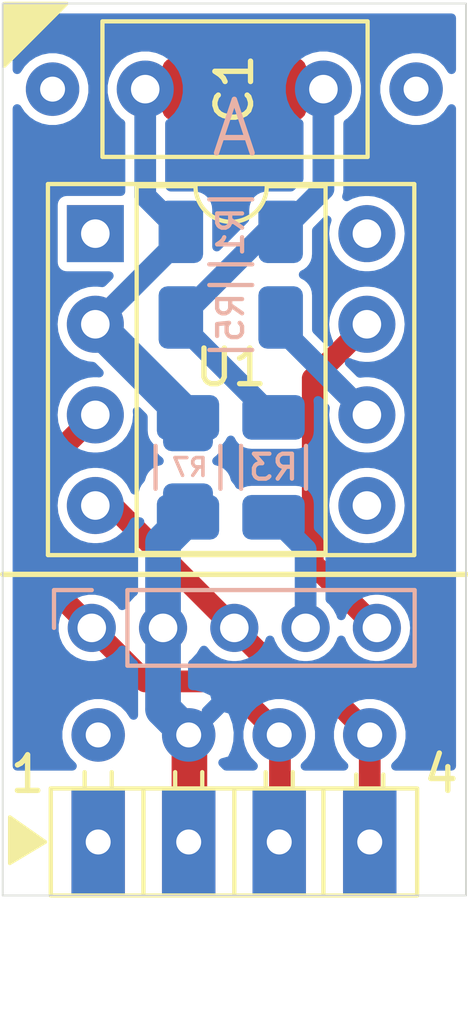
<source format=kicad_pcb>
(kicad_pcb (version 20171130) (host pcbnew "(5.1.2-1)-1")

  (general
    (thickness 0.8)
    (drawings 10)
    (tracks 41)
    (zones 0)
    (modules 10)
    (nets 15)
  )

  (page A4)
  (layers
    (0 F.Cu signal)
    (31 B.Cu signal)
    (32 B.Adhes user hide)
    (33 F.Adhes user hide)
    (36 B.SilkS user)
    (37 F.SilkS user)
    (38 B.Mask user)
    (39 F.Mask user)
    (40 Dwgs.User user)
    (41 Cmts.User user hide)
    (44 Edge.Cuts user)
    (45 Margin user hide)
    (46 B.CrtYd user hide)
    (47 F.CrtYd user)
    (48 B.Fab user hide)
    (49 F.Fab user hide)
  )

  (setup
    (last_trace_width 0.1524)
    (user_trace_width 0.25)
    (user_trace_width 0.28)
    (user_trace_width 0.3)
    (user_trace_width 0.35)
    (user_trace_width 0.4)
    (user_trace_width 0.5)
    (user_trace_width 1)
    (trace_clearance 0.1524)
    (zone_clearance 0.254)
    (zone_45_only no)
    (trace_min 0.1524)
    (via_size 0.508)
    (via_drill 0.254)
    (via_min_size 0.508)
    (via_min_drill 0.254)
    (uvia_size 0.508)
    (uvia_drill 0.254)
    (uvias_allowed no)
    (uvia_min_size 0.2)
    (uvia_min_drill 0.1)
    (edge_width 0.15)
    (segment_width 0.1)
    (pcb_text_width 0.3)
    (pcb_text_size 1.5 1.5)
    (mod_edge_width 0.15)
    (mod_text_size 1 1)
    (mod_text_width 0.15)
    (pad_size 1.35 1.35)
    (pad_drill 0.8)
    (pad_to_mask_clearance 0.051)
    (solder_mask_min_width 0.25)
    (aux_axis_origin 0 0)
    (grid_origin 110 89)
    (visible_elements FFFFFF7F)
    (pcbplotparams
      (layerselection 0x010fc_ffffffff)
      (usegerberextensions false)
      (usegerberattributes false)
      (usegerberadvancedattributes false)
      (creategerberjobfile false)
      (excludeedgelayer true)
      (linewidth 0.100000)
      (plotframeref false)
      (viasonmask false)
      (mode 1)
      (useauxorigin false)
      (hpglpennumber 1)
      (hpglpenspeed 20)
      (hpglpendiameter 15.000000)
      (psnegative false)
      (psa4output false)
      (plotreference true)
      (plotvalue true)
      (plotinvisibletext false)
      (padsonsilk false)
      (subtractmaskfromsilk false)
      (outputformat 1)
      (mirror false)
      (drillshape 1)
      (scaleselection 1)
      (outputdirectory ""))
  )

  (net 0 "")
  (net 1 "Net-(C1-Pad1)")
  (net 2 "Net-(C1-Pad2)")
  (net 3 "Net-(J1-Pad1)")
  (net 4 "Net-(U1-Pad1)")
  (net 5 "Net-(U1-Pad5)")
  (net 6 "Net-(U1-Pad8)")
  (net 7 "Net-(R5-Pad2)")
  (net 8 "Net-(J13-Pad1)")
  (net 9 "Net-(J15-Pad1)")
  (net 10 "Net-(J1-Pad4)")
  (net 11 "Net-(J1-Pad2)")
  (net 12 "Net-(J1-Pad3)")
  (net 13 "Net-(J3-Pad4)")
  (net 14 "Net-(J3-Pad5)")

  (net_class Default "This is the default net class."
    (clearance 0.1524)
    (trace_width 0.1524)
    (via_dia 0.508)
    (via_drill 0.254)
    (uvia_dia 0.508)
    (uvia_drill 0.254)
  )

  (net_class SMD ""
    (clearance 0.1524)
    (trace_width 0.254)
    (via_dia 0.508)
    (via_drill 0.254)
    (uvia_dia 0.508)
    (uvia_drill 0.254)
  )

  (net_class grounds ""
    (clearance 0.254)
    (trace_width 1)
    (via_dia 0.762)
    (via_drill 0.381)
    (uvia_dia 0.762)
    (uvia_drill 0.381)
  )

  (net_class power ""
    (clearance 0.254)
    (trace_width 1)
    (via_dia 0.762)
    (via_drill 0.254)
    (uvia_dia 0.508)
    (uvia_drill 0.254)
  )

  (net_class signal ""
    (clearance 0.2)
    (trace_width 0.6096)
    (via_dia 0.762)
    (via_drill 0.381)
    (uvia_dia 0.762)
    (uvia_drill 0.381)
    (add_net "Net-(C1-Pad1)")
    (add_net "Net-(C1-Pad2)")
    (add_net "Net-(J1-Pad1)")
    (add_net "Net-(J1-Pad2)")
    (add_net "Net-(J1-Pad3)")
    (add_net "Net-(J1-Pad4)")
    (add_net "Net-(J13-Pad1)")
    (add_net "Net-(J15-Pad1)")
    (add_net "Net-(J3-Pad4)")
    (add_net "Net-(J3-Pad5)")
    (add_net "Net-(R5-Pad2)")
    (add_net "Net-(U1-Pad1)")
    (add_net "Net-(U1-Pad5)")
    (add_net "Net-(U1-Pad8)")
  )

  (net_class soic ""
    (clearance 0.1524)
    (trace_width 0.4)
    (via_dia 0.508)
    (via_drill 0.254)
    (uvia_dia 0.508)
    (uvia_drill 0.254)
  )

  (module Duallys:Kemet-33nF (layer F.Cu) (tedit 5FDBED7D) (tstamp 5FD6C954)
    (at 114 66.4)
    (descr "C, Rect series, Radial, pin pitch=5.00mm, , length*width=7.2*5.5mm^2, Capacitor, http://www.wima.com/EN/WIMA_FKS_2.pdf")
    (tags "C Rect series Radial pin pitch 5.00mm  length 7.2mm width 5.5mm Capacitor")
    (path /5D561DDD)
    (fp_text reference C1 (at 2.5 0 90) (layer F.SilkS)
      (effects (font (size 1 1) (thickness 0.15)))
    )
    (fp_text value 33n (at 2.5 3.6) (layer F.SilkS) hide
      (effects (font (size 1 1) (thickness 0.15)))
    )
    (fp_line (start 6.35 -2) (end -1.3 -2) (layer F.CrtYd) (width 0.05))
    (fp_line (start 6.35 2) (end 6.35 -2) (layer F.CrtYd) (width 0.05))
    (fp_line (start -1.3 2) (end 6.35 2) (layer F.CrtYd) (width 0.05))
    (fp_line (start -1.3 -2) (end -1.3 2) (layer F.CrtYd) (width 0.05))
    (fp_line (start 6.24 -1.9) (end 6.24 1.9) (layer F.SilkS) (width 0.12))
    (fp_line (start -1.2 -1.9) (end -1.2 1.9) (layer F.SilkS) (width 0.12))
    (fp_line (start -1.2 1.9) (end 6.24 1.9) (layer F.SilkS) (width 0.12))
    (fp_line (start -1.2 -1.9) (end 6.24 -1.9) (layer F.SilkS) (width 0.12))
    (fp_line (start 6.1 -1.75) (end -1.1 -1.75) (layer F.Fab) (width 0.1))
    (fp_line (start 6.1 1.75) (end 6.1 -1.75) (layer F.Fab) (width 0.1))
    (fp_line (start -1.1 1.75) (end 6.1 1.75) (layer F.Fab) (width 0.1))
    (fp_line (start -1.1 -1.75) (end -1.1 1.75) (layer F.Fab) (width 0.1))
    (pad 2 smd roundrect (at 3.9 0) (size 1.25 1.75) (layers F.Cu F.Paste F.Mask) (roundrect_rratio 0.25)
      (net 2 "Net-(C1-Pad2)"))
    (pad 1 smd roundrect (at 1.1 0) (size 1.25 1.75) (layers F.Cu F.Paste F.Mask) (roundrect_rratio 0.25)
      (net 1 "Net-(C1-Pad1)"))
    (pad 2 thru_hole circle (at 5 0) (size 1.6 1.6) (drill 0.8) (layers *.Cu *.Mask)
      (net 2 "Net-(C1-Pad2)"))
    (pad 1 thru_hole circle (at 0 0) (size 1.6 1.6) (drill 0.8) (layers *.Cu *.Mask)
      (net 1 "Net-(C1-Pad1)"))
    (model ${KIPRJMOD}/Lib/3D/Kem-PHE-33n.step
      (at (xyz 0 0 0))
      (scale (xyz 1 1 1))
      (rotate (xyz 0 0 0))
    )
  )

  (module Resistor_SMD:R_1206_3216Metric (layer B.Cu) (tedit 5B301BBD) (tstamp 5FDB74AB)
    (at 116.4 70.4 180)
    (descr "Resistor SMD 1206 (3216 Metric), square (rectangular) end terminal, IPC_7351 nominal, (Body size source: http://www.tortai-tech.com/upload/download/2011102023233369053.pdf), generated with kicad-footprint-generator")
    (tags resistor)
    (path /5D561CE0)
    (attr smd)
    (fp_text reference R1 (at 0 0 270) (layer B.SilkS)
      (effects (font (size 0.7 0.7) (thickness 0.12)) (justify mirror))
    )
    (fp_text value 2k26 (at 0 -1.82) (layer B.Fab)
      (effects (font (size 1 1) (thickness 0.15)) (justify mirror))
    )
    (fp_text user %R (at 0 0) (layer B.Fab)
      (effects (font (size 0.8 0.8) (thickness 0.12)) (justify mirror))
    )
    (fp_line (start 2.28 -1.12) (end -2.28 -1.12) (layer B.CrtYd) (width 0.05))
    (fp_line (start 2.28 1.12) (end 2.28 -1.12) (layer B.CrtYd) (width 0.05))
    (fp_line (start -2.28 1.12) (end 2.28 1.12) (layer B.CrtYd) (width 0.05))
    (fp_line (start -2.28 -1.12) (end -2.28 1.12) (layer B.CrtYd) (width 0.05))
    (fp_line (start -0.602064 -0.91) (end 0.602064 -0.91) (layer B.SilkS) (width 0.12))
    (fp_line (start -0.602064 0.91) (end 0.602064 0.91) (layer B.SilkS) (width 0.12))
    (fp_line (start 1.6 -0.8) (end -1.6 -0.8) (layer B.Fab) (width 0.1))
    (fp_line (start 1.6 0.8) (end 1.6 -0.8) (layer B.Fab) (width 0.1))
    (fp_line (start -1.6 0.8) (end 1.6 0.8) (layer B.Fab) (width 0.1))
    (fp_line (start -1.6 -0.8) (end -1.6 0.8) (layer B.Fab) (width 0.1))
    (pad 2 smd roundrect (at 1.4 0 180) (size 1.25 1.75) (layers B.Cu B.Paste B.Mask) (roundrect_rratio 0.2)
      (net 1 "Net-(C1-Pad1)"))
    (pad 1 smd roundrect (at -1.4 0 180) (size 1.25 1.75) (layers B.Cu B.Paste B.Mask) (roundrect_rratio 0.2)
      (net 2 "Net-(C1-Pad2)"))
    (model ${KISYS3DMOD}/Resistor_SMD.3dshapes/R_1206_3216Metric.wrl
      (at (xyz 0 0 0))
      (scale (xyz 1 1 1))
      (rotate (xyz 0 0 0))
    )
  )

  (module Resistor_SMD:R_1206_3216Metric (layer B.Cu) (tedit 5B301BBD) (tstamp 5FDB74CB)
    (at 117.6 77 90)
    (descr "Resistor SMD 1206 (3216 Metric), square (rectangular) end terminal, IPC_7351 nominal, (Body size source: http://www.tortai-tech.com/upload/download/2011102023233369053.pdf), generated with kicad-footprint-generator")
    (tags resistor)
    (path /5D9AC618)
    (attr smd)
    (fp_text reference R3 (at 0 0 180) (layer B.SilkS)
      (effects (font (size 0.7 0.7) (thickness 0.12)) (justify mirror))
    )
    (fp_text value 6k65 (at 0 -1.82 270) (layer B.Fab)
      (effects (font (size 1 1) (thickness 0.15)) (justify mirror))
    )
    (fp_text user %R (at 0 0 270) (layer B.Fab)
      (effects (font (size 0.8 0.8) (thickness 0.12)) (justify mirror))
    )
    (fp_line (start 2.28 -1.12) (end -2.28 -1.12) (layer B.CrtYd) (width 0.05))
    (fp_line (start 2.28 1.12) (end 2.28 -1.12) (layer B.CrtYd) (width 0.05))
    (fp_line (start -2.28 1.12) (end 2.28 1.12) (layer B.CrtYd) (width 0.05))
    (fp_line (start -2.28 -1.12) (end -2.28 1.12) (layer B.CrtYd) (width 0.05))
    (fp_line (start -0.602064 -0.91) (end 0.602064 -0.91) (layer B.SilkS) (width 0.12))
    (fp_line (start -0.602064 0.91) (end 0.602064 0.91) (layer B.SilkS) (width 0.12))
    (fp_line (start 1.6 -0.8) (end -1.6 -0.8) (layer B.Fab) (width 0.1))
    (fp_line (start 1.6 0.8) (end 1.6 -0.8) (layer B.Fab) (width 0.1))
    (fp_line (start -1.6 0.8) (end 1.6 0.8) (layer B.Fab) (width 0.1))
    (fp_line (start -1.6 -0.8) (end -1.6 0.8) (layer B.Fab) (width 0.1))
    (pad 2 smd roundrect (at 1.4 0 90) (size 1.25 1.75) (layers B.Cu B.Paste B.Mask) (roundrect_rratio 0.2)
      (net 2 "Net-(C1-Pad2)"))
    (pad 1 smd roundrect (at -1.4 0 90) (size 1.25 1.75) (layers B.Cu B.Paste B.Mask) (roundrect_rratio 0.2)
      (net 13 "Net-(J3-Pad4)"))
    (model ${KISYS3DMOD}/Resistor_SMD.3dshapes/R_1206_3216Metric.wrl
      (at (xyz 0 0 0))
      (scale (xyz 1 1 1))
      (rotate (xyz 0 0 0))
    )
  )

  (module Resistor_SMD:R_1206_3216Metric (layer B.Cu) (tedit 5B301BBD) (tstamp 5FDB8172)
    (at 116.4 72.8)
    (descr "Resistor SMD 1206 (3216 Metric), square (rectangular) end terminal, IPC_7351 nominal, (Body size source: http://www.tortai-tech.com/upload/download/2011102023233369053.pdf), generated with kicad-footprint-generator")
    (tags resistor)
    (path /64983F7D)
    (attr smd)
    (fp_text reference R5 (at 0 0 90) (layer B.SilkS)
      (effects (font (size 0.7 0.7) (thickness 0.12)) (justify mirror))
    )
    (fp_text value 75 (at 0 -1.82 180) (layer B.Fab)
      (effects (font (size 1 1) (thickness 0.15)) (justify mirror))
    )
    (fp_text user %R (at 0 0 180) (layer B.Fab)
      (effects (font (size 0.8 0.8) (thickness 0.12)) (justify mirror))
    )
    (fp_line (start 2.28 -1.12) (end -2.28 -1.12) (layer B.CrtYd) (width 0.05))
    (fp_line (start 2.28 1.12) (end 2.28 -1.12) (layer B.CrtYd) (width 0.05))
    (fp_line (start -2.28 1.12) (end 2.28 1.12) (layer B.CrtYd) (width 0.05))
    (fp_line (start -2.28 -1.12) (end -2.28 1.12) (layer B.CrtYd) (width 0.05))
    (fp_line (start -0.602064 -0.91) (end 0.602064 -0.91) (layer B.SilkS) (width 0.12))
    (fp_line (start -0.602064 0.91) (end 0.602064 0.91) (layer B.SilkS) (width 0.12))
    (fp_line (start 1.6 -0.8) (end -1.6 -0.8) (layer B.Fab) (width 0.1))
    (fp_line (start 1.6 0.8) (end 1.6 -0.8) (layer B.Fab) (width 0.1))
    (fp_line (start -1.6 0.8) (end 1.6 0.8) (layer B.Fab) (width 0.1))
    (fp_line (start -1.6 -0.8) (end -1.6 0.8) (layer B.Fab) (width 0.1))
    (pad 2 smd roundrect (at 1.4 0) (size 1.25 1.75) (layers B.Cu B.Paste B.Mask) (roundrect_rratio 0.2)
      (net 7 "Net-(R5-Pad2)"))
    (pad 1 smd roundrect (at -1.4 0) (size 1.25 1.75) (layers B.Cu B.Paste B.Mask) (roundrect_rratio 0.2)
      (net 2 "Net-(C1-Pad2)"))
    (model ${KISYS3DMOD}/Resistor_SMD.3dshapes/R_1206_3216Metric.wrl
      (at (xyz 0 0 0))
      (scale (xyz 1 1 1))
      (rotate (xyz 0 0 0))
    )
  )

  (module Duallys:Combo-4P-Preci-A (layer F.Cu) (tedit 5FD78565) (tstamp 5FE4CF06)
    (at 112.68 84.5)
    (descr "Through hole angled pin header, 1x04, 2.54mm pitch, 6mm pin length, single row")
    (tags "Through hole angled pin header THT 1x04 2.54mm single row")
    (path /5F616F58)
    (fp_text reference J1 (at 3.86 -1.67) (layer F.SilkS) hide
      (effects (font (size 1 1) (thickness 0.15)))
    )
    (fp_text value "1 2 3 4" (at 4.14 8.96) (layer F.Fab)
      (effects (font (size 1 1) (thickness 0.15)))
    )
    (fp_line (start 8.89 2.135) (end 8.88 4.5) (layer F.Fab) (width 0.1))
    (fp_line (start 8.88 4.5) (end -1.28 4.5) (layer F.Fab) (width 0.1))
    (fp_line (start -1.28 4.5) (end -1.28 1.55) (layer F.Fab) (width 0.1))
    (fp_line (start -1.28 1.55) (end 8.27 1.55) (layer F.Fab) (width 0.1))
    (fp_line (start 8.27 1.55) (end 8.89 2.135) (layer F.Fab) (width 0.1))
    (fp_line (start 7.94 0) (end 7.94 1.5) (layer F.Fab) (width 0.1))
    (fp_line (start 7.94 0) (end 7.3 0) (layer F.Fab) (width 0.1))
    (fp_line (start 7.3 0) (end 7.3 1.5) (layer F.Fab) (width 0.1))
    (fp_line (start 7.94 4.54) (end 7.94 8) (layer F.Fab) (width 0.1))
    (fp_line (start 7.94 8) (end 7.3 8) (layer F.Fab) (width 0.1))
    (fp_line (start 7.3 4.54) (end 7.3 8) (layer F.Fab) (width 0.1))
    (fp_line (start 5.4 0) (end 5.4 1.5) (layer F.Fab) (width 0.1))
    (fp_line (start 5.4 0) (end 4.76 0) (layer F.Fab) (width 0.1))
    (fp_line (start 4.76 0) (end 4.76 1.5) (layer F.Fab) (width 0.1))
    (fp_line (start 5.4 4.54) (end 5.4 8) (layer F.Fab) (width 0.1))
    (fp_line (start 5.4 8) (end 4.76 8) (layer F.Fab) (width 0.1))
    (fp_line (start 4.76 4.54) (end 4.76 8) (layer F.Fab) (width 0.1))
    (fp_line (start 2.86 0) (end 2.86 1.5) (layer F.Fab) (width 0.1))
    (fp_line (start 2.86 0) (end 2.22 0) (layer F.Fab) (width 0.1))
    (fp_line (start 2.22 0) (end 2.22 1.5) (layer F.Fab) (width 0.1))
    (fp_line (start 2.86 4.54) (end 2.86 8) (layer F.Fab) (width 0.1))
    (fp_line (start 2.86 8) (end 2.22 8) (layer F.Fab) (width 0.1))
    (fp_line (start 2.22 4.54) (end 2.22 8) (layer F.Fab) (width 0.1))
    (fp_line (start 0.32 0) (end 0.32 1.5) (layer F.Fab) (width 0.1))
    (fp_line (start 0.32 0) (end -0.32 0) (layer F.Fab) (width 0.1))
    (fp_line (start -0.32 0) (end -0.32 1.5) (layer F.Fab) (width 0.1))
    (fp_line (start 0.32 4.54) (end 0.32 8) (layer F.Fab) (width 0.1))
    (fp_line (start 0.32 8) (end -0.32 8) (layer F.Fab) (width 0.1))
    (fp_line (start -0.32 4.54) (end -0.32 8) (layer F.Fab) (width 0.1))
    (fp_line (start 8.95 1.5) (end -1.33 1.5) (layer F.SilkS) (width 0.12))
    (fp_line (start -1.33 1.5) (end -1.33 4.5) (layer F.SilkS) (width 0.12))
    (fp_line (start -1.33 4.5) (end 8.95 4.5) (layer F.SilkS) (width 0.12))
    (fp_line (start 8.95 4.5) (end 8.95 1.5) (layer F.SilkS) (width 0.12))
    (fp_line (start 8 1.11) (end 8 1.44) (layer F.SilkS) (width 0.12))
    (fp_line (start 7.24 1.11) (end 7.24 1.44) (layer F.SilkS) (width 0.12))
    (fp_line (start 6.32 1.5) (end 6.32 4.5) (layer F.SilkS) (width 0.12))
    (fp_line (start 5.46 1.042929) (end 5.46 1.44) (layer F.SilkS) (width 0.12))
    (fp_line (start 4.7 1.042929) (end 4.7 1.44) (layer F.SilkS) (width 0.12))
    (fp_line (start 3.82 1.5) (end 3.82 4.5) (layer F.SilkS) (width 0.12))
    (fp_line (start 2.92 1.042929) (end 2.92 1.44) (layer F.SilkS) (width 0.12))
    (fp_line (start 2.16 1.042929) (end 2.16 1.44) (layer F.SilkS) (width 0.12))
    (fp_line (start 1.27 1.5) (end 1.27 4.5) (layer F.SilkS) (width 0.12))
    (fp_line (start 0.38 1.042929) (end 0.38 1.44) (layer F.SilkS) (width 0.12))
    (fp_line (start -0.38 1.042929) (end -0.38 1.44) (layer F.SilkS) (width 0.12))
    (fp_line (start 8.92 -0.9) (end -1.33 -0.9) (layer F.CrtYd) (width 0.05))
    (fp_line (start -1.33 -0.9) (end -1.33 8.1) (layer F.CrtYd) (width 0.05))
    (fp_line (start -1.33 8.1) (end 8.92 8.1) (layer F.CrtYd) (width 0.05))
    (fp_line (start 8.92 8.1) (end 8.92 -0.9) (layer F.CrtYd) (width 0.05))
    (fp_text user %R (at 3.82 5.94) (layer F.Fab)
      (effects (font (size 1 1) (thickness 0.15)))
    )
    (pad 4 thru_hole circle (at 7.62 0 270) (size 1.5 1.5) (drill 0.7) (layers *.Cu *.Mask)
      (net 10 "Net-(J1-Pad4)"))
    (pad 3 thru_hole circle (at 5.08 0 270) (size 1.5 1.5) (drill 0.7) (layers *.Cu *.Mask)
      (net 12 "Net-(J1-Pad3)"))
    (pad 2 thru_hole circle (at 2.54 0 270) (size 1.5 1.5) (drill 0.7) (layers *.Cu *.Mask)
      (net 11 "Net-(J1-Pad2)"))
    (pad 1 thru_hole circle (at 0 0 270) (size 1.5 1.5) (drill 0.7) (layers *.Cu *.Mask)
      (net 3 "Net-(J1-Pad1)"))
    (pad 4 thru_hole rect (at 7.62 3 270) (size 3 1.5) (drill 0.7) (layers *.Cu *.Mask)
      (net 10 "Net-(J1-Pad4)"))
    (pad 3 thru_hole rect (at 5.08 3 270) (size 3 1.5) (drill 0.7) (layers *.Cu *.Mask)
      (net 12 "Net-(J1-Pad3)"))
    (pad 2 thru_hole rect (at 2.54 3 270) (size 3 1.5) (drill 0.7) (layers *.Cu *.Mask)
      (net 11 "Net-(J1-Pad2)"))
    (pad 1 thru_hole rect (at 0 3 270) (size 3 1.5) (drill 0.7) (layers *.Cu *.Mask)
      (net 3 "Net-(J1-Pad1)"))
    (model ${KIPRJMOD}/lib/3d/preci-dip_399.stp
      (offset (xyz 3.81 -1.55 1.27))
      (scale (xyz 1 1 1))
      (rotate (xyz 0 180 180))
    )
  )

  (module Duallys:PinHeader_1x05_P2mm_With (layer B.Cu) (tedit 5FE9102B) (tstamp 5FE4CF96)
    (at 112.5 81.5 270)
    (descr "Through hole straight pin header, 1x05, 2.00mm pitch, single row")
    (tags "Through hole pin header THT 1x05 2.00mm single row")
    (path /5FDED4BE)
    (fp_text reference J3 (at 0 2.06 90) (layer B.SilkS) hide
      (effects (font (size 1 1) (thickness 0.15)) (justify mirror))
    )
    (fp_text value Conn_01x05 (at 0 -10.06 90) (layer B.Fab)
      (effects (font (size 1 1) (thickness 0.15)) (justify mirror))
    )
    (fp_line (start -0.5 1) (end 1 1) (layer B.Fab) (width 0.1))
    (fp_line (start 1 1) (end 1 -9) (layer B.Fab) (width 0.1))
    (fp_line (start 1 -9) (end -1 -9) (layer B.Fab) (width 0.1))
    (fp_line (start -1 -9) (end -1 0.5) (layer B.Fab) (width 0.1))
    (fp_line (start -1 0.5) (end -0.5 1) (layer B.Fab) (width 0.1))
    (fp_line (start -1.06 -9.06) (end 1.06 -9.06) (layer B.SilkS) (width 0.12))
    (fp_line (start -1.06 -1) (end -1.06 -9.06) (layer B.SilkS) (width 0.12))
    (fp_line (start 1.06 -1) (end 1.06 -9.06) (layer B.SilkS) (width 0.12))
    (fp_line (start -1.06 -1) (end 1.06 -1) (layer B.SilkS) (width 0.12))
    (fp_line (start -1.06 0) (end -1.06 1.06) (layer B.SilkS) (width 0.12))
    (fp_line (start -1.06 1.06) (end 0 1.06) (layer B.SilkS) (width 0.12))
    (fp_line (start -1.5 1.5) (end -1.5 -9.5) (layer B.CrtYd) (width 0.05))
    (fp_line (start -1.5 -9.5) (end 1.5 -9.5) (layer B.CrtYd) (width 0.05))
    (fp_line (start 1.5 -9.5) (end 1.5 1.5) (layer B.CrtYd) (width 0.05))
    (fp_line (start 1.5 1.5) (end -1.5 1.5) (layer B.CrtYd) (width 0.05))
    (fp_text user %R (at 0 -4 180) (layer B.Fab)
      (effects (font (size 1 1) (thickness 0.15)) (justify mirror))
    )
    (pad 1 thru_hole circle (at 0 0 270) (size 1.35 1.35) (drill 0.8) (layers *.Cu *.Mask)
      (net 12 "Net-(J1-Pad3)") (zone_connect 0))
    (pad 2 thru_hole oval (at 0 -2 270) (size 1.35 1.35) (drill 0.8) (layers *.Cu *.Mask)
      (net 11 "Net-(J1-Pad2)"))
    (pad 3 thru_hole oval (at 0 -4 270) (size 1.35 1.35) (drill 0.8) (layers *.Cu *.Mask)
      (net 10 "Net-(J1-Pad4)"))
    (pad 4 thru_hole oval (at 0 -6 270) (size 1.35 1.35) (drill 0.8) (layers *.Cu *.Mask)
      (net 13 "Net-(J3-Pad4)"))
    (pad 5 thru_hole oval (at 0 -8 270) (size 1.35 1.35) (drill 0.8) (layers *.Cu *.Mask)
      (net 14 "Net-(J3-Pad5)"))
    (model ${KIPRJMOD}/lib/3d/tmm-105-03-l-s.stp
      (offset (xyz 0 1 0))
      (scale (xyz 1 1 1))
      (rotate (xyz 90 180 -90))
    )
  )

  (module Duallys:ThruPin-3325 (layer F.Cu) (tedit 5FDFD43B) (tstamp 5FE4CFB5)
    (at 111.4 66.4)
    (descr "THT pad as test Point, diameter 1.5mm, hole diameter 0.7mm")
    (tags "test point THT pad")
    (path /5FD7825F)
    (fp_text reference J13 (at 0 -1.648) (layer F.Fab)
      (effects (font (size 1 1) (thickness 0.15)))
    )
    (fp_text value Tie (at 0 1.75) (layer F.Fab)
      (effects (font (size 1 1) (thickness 0.15)))
    )
    (fp_text user %R (at 0 -1.65) (layer F.Fab)
      (effects (font (size 1 1) (thickness 0.15)))
    )
    (pad 1 thru_hole circle (at 0 0) (size 1.5 1.5) (drill 0.7) (layers *.Cu *.Mask)
      (net 8 "Net-(J13-Pad1)"))
    (model ${KIPRJMOD}/lib/3d/MillMax-3325-0.step
      (at (xyz 0 0 0))
      (scale (xyz 1 1 1))
      (rotate (xyz 0 0 0))
    )
  )

  (module Duallys:ThruPin-3325 (layer F.Cu) (tedit 5FDFD43B) (tstamp 5FE4CFC1)
    (at 121.6 66.4)
    (descr "THT pad as test Point, diameter 1.5mm, hole diameter 0.7mm")
    (tags "test point THT pad")
    (path /5FD78C55)
    (fp_text reference J15 (at 0 -1.648) (layer F.Fab)
      (effects (font (size 1 1) (thickness 0.15)))
    )
    (fp_text value Tie (at 0 1.75) (layer F.Fab)
      (effects (font (size 1 1) (thickness 0.15)))
    )
    (fp_text user %R (at 0 -1.65) (layer F.Fab)
      (effects (font (size 1 1) (thickness 0.15)))
    )
    (pad 1 thru_hole circle (at 0 0) (size 1.5 1.5) (drill 0.7) (layers *.Cu *.Mask)
      (net 9 "Net-(J15-Pad1)"))
    (model ${KIPRJMOD}/lib/3d/MillMax-3325-0.step
      (at (xyz 0 0 0))
      (scale (xyz 1 1 1))
      (rotate (xyz 0 0 0))
    )
  )

  (module "Duallys:R_1206(0805)combo" (layer B.Cu) (tedit 5FE133FD) (tstamp 5FE4D0F0)
    (at 115.2 77 270)
    (descr "Resistor SMD 1206 (3216 Metric), square (rectangular) end terminal, IPC_7351 nominal, (Body size source: http://www.tortai-tech.com/upload/download/2011102023233369053.pdf), generated with kicad-footprint-generator")
    (tags resistor)
    (path /5CA9F7C7)
    (attr smd)
    (fp_text reference R7 (at 0 -0.05) (layer B.SilkS)
      (effects (font (size 0.5 0.5) (thickness 0.1)) (justify mirror))
    )
    (fp_text value 105 (at 0 -1.82 270) (layer B.Fab)
      (effects (font (size 1 1) (thickness 0.15)) (justify mirror))
    )
    (fp_line (start -1.6 -0.8) (end -1.6 0.8) (layer B.Fab) (width 0.1))
    (fp_line (start -1.6 0.8) (end 1.6 0.8) (layer B.Fab) (width 0.1))
    (fp_line (start 1.6 0.8) (end 1.6 -0.8) (layer B.Fab) (width 0.1))
    (fp_line (start 1.6 -0.8) (end -1.6 -0.8) (layer B.Fab) (width 0.1))
    (fp_line (start -0.602064 0.91) (end 0.602064 0.91) (layer B.SilkS) (width 0.12))
    (fp_line (start -0.602064 -0.91) (end 0.602064 -0.91) (layer B.SilkS) (width 0.12))
    (fp_line (start -2.28 -1.12) (end -2.28 1.12) (layer B.CrtYd) (width 0.05))
    (fp_line (start -2.28 1.12) (end 2.28 1.12) (layer B.CrtYd) (width 0.05))
    (fp_line (start 2.28 1.12) (end 2.28 -1.12) (layer B.CrtYd) (width 0.05))
    (fp_line (start 2.28 -1.12) (end -2.28 -1.12) (layer B.CrtYd) (width 0.05))
    (fp_text user %R (at 0 0 270) (layer B.Fab)
      (effects (font (size 0.8 0.8) (thickness 0.12)) (justify mirror))
    )
    (pad 1 smd roundrect (at -1.4 0 270) (size 1.25 1.75) (layers B.Cu B.Paste B.Mask) (roundrect_rratio 0.2)
      (net 1 "Net-(C1-Pad1)"))
    (pad 2 smd roundrect (at 1.4 0 270) (size 1.25 1.75) (layers B.Cu B.Paste B.Mask) (roundrect_rratio 0.2)
      (net 11 "Net-(J1-Pad2)"))
    (pad 1 smd roundrect (at -1.025 0 270) (size 1.15 1.4) (layers B.Cu B.Paste B.Mask) (roundrect_rratio 0.217)
      (net 1 "Net-(C1-Pad1)"))
    (pad 2 smd roundrect (at 1.025 0 270) (size 1.15 1.4) (layers B.Cu B.Paste B.Mask) (roundrect_rratio 0.217)
      (net 11 "Net-(J1-Pad2)"))
    (model ${KISYS3DMOD}/Resistor_SMD.3dshapes/R_1206_3216Metric.wrl
      (at (xyz 0 0 0))
      (scale (xyz 1 1 1))
      (rotate (xyz 0 0 0))
    )
  )

  (module Package_DIP:DIP-8_W7.62mm_Socket (layer F.Cu) (tedit 5A02E8C5) (tstamp 5FE90CBE)
    (at 112.6 70.45)
    (descr "8-lead though-hole mounted DIP package, row spacing 7.62 mm (300 mils), Socket")
    (tags "THT DIP DIL PDIP 2.54mm 7.62mm 300mil Socket")
    (path /5CA2286C)
    (fp_text reference U1 (at 3.81 3.75) (layer F.SilkS)
      (effects (font (size 1 1) (thickness 0.15)))
    )
    (fp_text value OPA1641 (at 3.81 9.95) (layer F.Fab)
      (effects (font (size 1 1) (thickness 0.15)))
    )
    (fp_arc (start 3.81 -1.33) (end 2.81 -1.33) (angle -180) (layer F.SilkS) (width 0.12))
    (fp_line (start 1.635 -1.27) (end 6.985 -1.27) (layer F.Fab) (width 0.1))
    (fp_line (start 6.985 -1.27) (end 6.985 8.89) (layer F.Fab) (width 0.1))
    (fp_line (start 6.985 8.89) (end 0.635 8.89) (layer F.Fab) (width 0.1))
    (fp_line (start 0.635 8.89) (end 0.635 -0.27) (layer F.Fab) (width 0.1))
    (fp_line (start 0.635 -0.27) (end 1.635 -1.27) (layer F.Fab) (width 0.1))
    (fp_line (start -1.27 -1.33) (end -1.27 8.95) (layer F.Fab) (width 0.1))
    (fp_line (start -1.27 8.95) (end 8.89 8.95) (layer F.Fab) (width 0.1))
    (fp_line (start 8.89 8.95) (end 8.89 -1.33) (layer F.Fab) (width 0.1))
    (fp_line (start 8.89 -1.33) (end -1.27 -1.33) (layer F.Fab) (width 0.1))
    (fp_line (start 2.81 -1.33) (end 1.16 -1.33) (layer F.SilkS) (width 0.12))
    (fp_line (start 1.16 -1.33) (end 1.16 8.95) (layer F.SilkS) (width 0.12))
    (fp_line (start 1.16 8.95) (end 6.46 8.95) (layer F.SilkS) (width 0.12))
    (fp_line (start 6.46 8.95) (end 6.46 -1.33) (layer F.SilkS) (width 0.12))
    (fp_line (start 6.46 -1.33) (end 4.81 -1.33) (layer F.SilkS) (width 0.12))
    (fp_line (start -1.33 -1.39) (end -1.33 9.01) (layer F.SilkS) (width 0.12))
    (fp_line (start -1.33 9.01) (end 8.95 9.01) (layer F.SilkS) (width 0.12))
    (fp_line (start 8.95 9.01) (end 8.95 -1.39) (layer F.SilkS) (width 0.12))
    (fp_line (start 8.95 -1.39) (end -1.33 -1.39) (layer F.SilkS) (width 0.12))
    (fp_line (start -1.55 -1.6) (end -1.55 9.2) (layer F.CrtYd) (width 0.05))
    (fp_line (start -1.55 9.2) (end 9.15 9.2) (layer F.CrtYd) (width 0.05))
    (fp_line (start 9.15 9.2) (end 9.15 -1.6) (layer F.CrtYd) (width 0.05))
    (fp_line (start 9.15 -1.6) (end -1.55 -1.6) (layer F.CrtYd) (width 0.05))
    (fp_text user %R (at 3.81 3.81) (layer F.Fab)
      (effects (font (size 1 1) (thickness 0.15)))
    )
    (pad 1 thru_hole rect (at 0 0) (size 1.6 1.6) (drill 0.8) (layers *.Cu *.Mask)
      (net 4 "Net-(U1-Pad1)"))
    (pad 5 thru_hole oval (at 7.62 7.62) (size 1.6 1.6) (drill 0.8) (layers *.Cu *.Mask)
      (net 5 "Net-(U1-Pad5)"))
    (pad 2 thru_hole oval (at 0 2.54) (size 1.6 1.6) (drill 0.8) (layers *.Cu *.Mask)
      (net 1 "Net-(C1-Pad1)"))
    (pad 6 thru_hole oval (at 7.62 5.08) (size 1.6 1.6) (drill 0.8) (layers *.Cu *.Mask)
      (net 7 "Net-(R5-Pad2)"))
    (pad 3 thru_hole oval (at 0 5.08) (size 1.6 1.6) (drill 0.8) (layers *.Cu *.Mask)
      (net 12 "Net-(J1-Pad3)"))
    (pad 7 thru_hole oval (at 7.62 2.54) (size 1.6 1.6) (drill 0.8) (layers *.Cu *.Mask)
      (net 14 "Net-(J3-Pad5)"))
    (pad 4 thru_hole oval (at 0 7.62) (size 1.6 1.6) (drill 0.8) (layers *.Cu *.Mask)
      (net 10 "Net-(J1-Pad4)"))
    (pad 8 thru_hole oval (at 7.62 0) (size 1.6 1.6) (drill 0.8) (layers *.Cu *.Mask)
      (net 6 "Net-(U1-Pad8)"))
    (model ${KISYS3DMOD}/Package_DIP.3dshapes/DIP-8_W7.62mm_Socket.wrl
      (at (xyz 0 0 0))
      (scale (xyz 1 1 1))
      (rotate (xyz 0 0 0))
    )
  )

  (gr_poly (pts (xy 110.05 65.75) (xy 111.8 64) (xy 110.05 64)) (layer F.SilkS) (width 0.1))
  (gr_text A (at 116.5 67.5) (layer B.SilkS)
    (effects (font (size 1.5 1.5) (thickness 0.15)) (justify mirror))
  )
  (gr_poly (pts (xy 111.2 87.5) (xy 110.2 86.8) (xy 110.2 88.1)) (layer F.SilkS) (width 0.1))
  (gr_text 4 (at 122.3 85.6) (layer F.SilkS) (tstamp 5FD78142)
    (effects (font (size 1 1) (thickness 0.15)))
  )
  (gr_text 1 (at 110.7 85.6) (layer F.SilkS)
    (effects (font (size 1 1) (thickness 0.15)))
  )
  (gr_line (start 110 80) (end 123 80) (layer F.SilkS) (width 0.15))
  (gr_line (start 123 89) (end 110 89) (layer Edge.Cuts) (width 0.05) (tstamp 5F6292F4))
  (gr_line (start 123 64) (end 123 89) (layer Edge.Cuts) (width 0.05))
  (gr_line (start 110 64) (end 123 64) (layer Edge.Cuts) (width 0.05))
  (gr_line (start 110 64) (end 110 89) (layer Edge.Cuts) (width 0.05) (tstamp 5F61711C))

  (segment (start 114 66.4) (end 115.1 66.4) (width 0.6096) (layer F.Cu) (net 1))
  (segment (start 112.6 73) (end 115.2 75.6) (width 1) (layer B.Cu) (net 1))
  (segment (start 112.6 72.99) (end 112.6 73) (width 1) (layer B.Cu) (net 1))
  (segment (start 115 70.59) (end 112.6 72.99) (width 0.6096) (layer B.Cu) (net 1))
  (segment (start 115 70.4) (end 115 70.59) (width 0.6096) (layer B.Cu) (net 1))
  (segment (start 114 69.4) (end 115 70.4) (width 0.6096) (layer B.Cu) (net 1))
  (segment (start 114 69.4) (end 114 66.4) (width 0.6096) (layer B.Cu) (net 1))
  (segment (start 117.9 66.4) (end 117.4 66.4) (width 0.6096) (layer F.Cu) (net 2))
  (segment (start 119 66.4) (end 117.9 66.4) (width 0.6096) (layer F.Cu) (net 2))
  (segment (start 115 73) (end 117.6 75.6) (width 0.6096) (layer B.Cu) (net 2))
  (segment (start 115 72.8) (end 115 73) (width 0.6096) (layer B.Cu) (net 2))
  (segment (start 117.4 70.4) (end 115 72.8) (width 0.6096) (layer B.Cu) (net 2))
  (segment (start 117.8 70.4) (end 117.4 70.4) (width 0.6096) (layer B.Cu) (net 2))
  (segment (start 119 69.2) (end 117.8 70.4) (width 0.6096) (layer B.Cu) (net 2))
  (segment (start 119 69.2) (end 119 66.4) (width 0.6096) (layer B.Cu) (net 2))
  (segment (start 117.8 73.11) (end 120.22 75.53) (width 0.6096) (layer B.Cu) (net 7))
  (segment (start 117.8 72.8) (end 117.8 73.11) (width 0.6096) (layer B.Cu) (net 7))
  (segment (start 120.3 87.5) (end 120.3 84.5) (width 0.6096) (layer F.Cu) (net 10))
  (segment (start 118.1 83.1) (end 116.5 81.5) (width 0.6096) (layer F.Cu) (net 10))
  (segment (start 118.9 83.1) (end 120.3 84.5) (width 0.6096) (layer F.Cu) (net 10))
  (segment (start 118.1 83.1) (end 118.9 83.1) (width 0.6096) (layer F.Cu) (net 10))
  (segment (start 113.07 78.07) (end 116.5 81.5) (width 0.6096) (layer F.Cu) (net 10))
  (segment (start 112.6 78.07) (end 113.07 78.07) (width 0.6096) (layer F.Cu) (net 10))
  (segment (start 115.24 87.5) (end 115.24 84.5) (width 1) (layer F.Cu) (net 11))
  (segment (start 114.5 79.1) (end 115.2 78.4) (width 1) (layer B.Cu) (net 11))
  (segment (start 114.5 81.5) (end 114.5 79.1) (width 1) (layer B.Cu) (net 11))
  (segment (start 114.5 83.78) (end 115.22 84.5) (width 1) (layer B.Cu) (net 11))
  (segment (start 114.5 81.5) (end 114.5 83.78) (width 1) (layer B.Cu) (net 11))
  (segment (start 117.78 87.5) (end 117.78 84.5) (width 0.6096) (layer F.Cu) (net 12))
  (segment (start 112.5 81.5) (end 114 83) (width 0.6096) (layer F.Cu) (net 12))
  (segment (start 116.26 83) (end 117.76 84.5) (width 0.6096) (layer F.Cu) (net 12))
  (segment (start 114 83) (end 116.26 83) (width 0.6096) (layer F.Cu) (net 12))
  (segment (start 112.5 81.5) (end 111.1 80.1) (width 0.6096) (layer F.Cu) (net 12))
  (segment (start 111.1 77.03) (end 112.6 75.53) (width 0.6096) (layer F.Cu) (net 12))
  (segment (start 111.1 80.1) (end 111.1 77.03) (width 0.6096) (layer F.Cu) (net 12))
  (segment (start 118.5 79.3) (end 117.6 78.4) (width 0.6096) (layer B.Cu) (net 13))
  (segment (start 118.5 81.5) (end 118.5 79.3) (width 0.6096) (layer B.Cu) (net 13))
  (segment (start 120.5 81.5) (end 120.5 81.3) (width 0.6096) (layer B.Cu) (net 14))
  (segment (start 120.22 72.99) (end 118.7 74.51) (width 0.6096) (layer F.Cu) (net 14))
  (segment (start 118.7 79.7) (end 120.5 81.5) (width 0.6096) (layer F.Cu) (net 14))
  (segment (start 118.7 74.51) (end 118.7 79.7) (width 0.6096) (layer F.Cu) (net 14))

  (zone (net 11) (net_name "Net-(J1-Pad2)") (layer B.Cu) (tstamp 0) (hatch edge 0.508)
    (connect_pads (clearance 0.254))
    (min_thickness 0.254)
    (fill yes (arc_segments 32) (thermal_gap 0.508) (thermal_bridge_width 0.508))
    (polygon
      (pts
        (xy 110 64) (xy 110 85.5) (xy 123 85.5) (xy 123 64)
      )
    )
    (filled_polygon
      (pts
        (xy 122.594 65.851881) (xy 122.478505 65.67903) (xy 122.32097 65.521495) (xy 122.135729 65.397721) (xy 121.9299 65.312464)
        (xy 121.711394 65.269) (xy 121.488606 65.269) (xy 121.2701 65.312464) (xy 121.064271 65.397721) (xy 120.87903 65.521495)
        (xy 120.721495 65.67903) (xy 120.597721 65.864271) (xy 120.512464 66.0701) (xy 120.469 66.288606) (xy 120.469 66.511394)
        (xy 120.512464 66.7299) (xy 120.597721 66.935729) (xy 120.721495 67.12097) (xy 120.87903 67.278505) (xy 121.064271 67.402279)
        (xy 121.2701 67.487536) (xy 121.488606 67.531) (xy 121.711394 67.531) (xy 121.9299 67.487536) (xy 122.135729 67.402279)
        (xy 122.32097 67.278505) (xy 122.478505 67.12097) (xy 122.594 66.948119) (xy 122.594001 85.373) (xy 121.026475 85.373)
        (xy 121.178505 85.22097) (xy 121.302279 85.035729) (xy 121.387536 84.8299) (xy 121.431 84.611394) (xy 121.431 84.388606)
        (xy 121.387536 84.1701) (xy 121.302279 83.964271) (xy 121.178505 83.77903) (xy 121.02097 83.621495) (xy 120.835729 83.497721)
        (xy 120.6299 83.412464) (xy 120.411394 83.369) (xy 120.188606 83.369) (xy 119.9701 83.412464) (xy 119.764271 83.497721)
        (xy 119.57903 83.621495) (xy 119.421495 83.77903) (xy 119.297721 83.964271) (xy 119.212464 84.1701) (xy 119.169 84.388606)
        (xy 119.169 84.611394) (xy 119.212464 84.8299) (xy 119.297721 85.035729) (xy 119.421495 85.22097) (xy 119.573525 85.373)
        (xy 118.486475 85.373) (xy 118.638505 85.22097) (xy 118.762279 85.035729) (xy 118.847536 84.8299) (xy 118.891 84.611394)
        (xy 118.891 84.388606) (xy 118.847536 84.1701) (xy 118.762279 83.964271) (xy 118.638505 83.77903) (xy 118.48097 83.621495)
        (xy 118.295729 83.497721) (xy 118.0899 83.412464) (xy 117.871394 83.369) (xy 117.648606 83.369) (xy 117.4301 83.412464)
        (xy 117.224271 83.497721) (xy 117.03903 83.621495) (xy 116.881495 83.77903) (xy 116.757721 83.964271) (xy 116.672464 84.1701)
        (xy 116.629 84.388606) (xy 116.629 84.611394) (xy 116.672464 84.8299) (xy 116.757721 85.035729) (xy 116.881495 85.22097)
        (xy 117.033525 85.373) (xy 116.272608 85.373) (xy 116.176995 85.277387) (xy 116.41586 85.211863) (xy 116.53176 84.964884)
        (xy 116.59725 84.70004) (xy 116.609812 84.427508) (xy 116.568965 84.157762) (xy 116.476277 83.901168) (xy 116.41586 83.788137)
        (xy 116.176993 83.722612) (xy 115.399605 84.5) (xy 115.413748 84.514143) (xy 115.234143 84.693748) (xy 115.22 84.679605)
        (xy 115.205858 84.693748) (xy 115.136911 84.624801) (xy 115.780421 84.098293) (xy 115.789803 84.089803) (xy 115.805597 84.070557)
        (xy 115.817333 84.048601) (xy 115.82456 84.024776) (xy 115.827 84) (xy 115.82456 83.975224) (xy 115.817333 83.951399)
        (xy 115.805597 83.929443) (xy 115.789803 83.910197) (xy 115.710001 83.830395) (xy 115.997388 83.543007) (xy 115.931863 83.30414)
        (xy 115.684884 83.18824) (xy 115.42004 83.12275) (xy 115.327 83.118461) (xy 115.327 82.510508) (xy 115.371227 82.478303)
        (xy 115.545344 82.289537) (xy 115.646317 82.124366) (xy 115.749683 82.250317) (xy 115.910479 82.38228) (xy 116.093931 82.480337)
        (xy 116.292988 82.54072) (xy 116.448128 82.556) (xy 116.551872 82.556) (xy 116.707012 82.54072) (xy 116.906069 82.480337)
        (xy 117.089521 82.38228) (xy 117.250317 82.250317) (xy 117.38228 82.089521) (xy 117.480337 81.906069) (xy 117.5 81.841248)
        (xy 117.519663 81.906069) (xy 117.61772 82.089521) (xy 117.749683 82.250317) (xy 117.910479 82.38228) (xy 118.093931 82.480337)
        (xy 118.292988 82.54072) (xy 118.448128 82.556) (xy 118.551872 82.556) (xy 118.707012 82.54072) (xy 118.906069 82.480337)
        (xy 119.089521 82.38228) (xy 119.250317 82.250317) (xy 119.38228 82.089521) (xy 119.480337 81.906069) (xy 119.5 81.841248)
        (xy 119.519663 81.906069) (xy 119.61772 82.089521) (xy 119.749683 82.250317) (xy 119.910479 82.38228) (xy 120.093931 82.480337)
        (xy 120.292988 82.54072) (xy 120.448128 82.556) (xy 120.551872 82.556) (xy 120.707012 82.54072) (xy 120.906069 82.480337)
        (xy 121.089521 82.38228) (xy 121.250317 82.250317) (xy 121.38228 82.089521) (xy 121.480337 81.906069) (xy 121.54072 81.707012)
        (xy 121.561109 81.5) (xy 121.54072 81.292988) (xy 121.480337 81.093931) (xy 121.38228 80.910479) (xy 121.250317 80.749683)
        (xy 121.089521 80.61772) (xy 120.906069 80.519663) (xy 120.707012 80.45928) (xy 120.551872 80.444) (xy 120.448128 80.444)
        (xy 120.292988 80.45928) (xy 120.093931 80.519663) (xy 119.910479 80.61772) (xy 119.749683 80.749683) (xy 119.61772 80.910479)
        (xy 119.519663 81.093931) (xy 119.5 81.158752) (xy 119.480337 81.093931) (xy 119.38228 80.910479) (xy 119.250317 80.749683)
        (xy 119.1858 80.696735) (xy 119.1858 79.333678) (xy 119.189117 79.299999) (xy 119.1858 79.26632) (xy 119.1858 79.266311)
        (xy 119.175877 79.16556) (xy 119.136662 79.036286) (xy 119.072981 78.917147) (xy 118.98728 78.81272) (xy 118.961114 78.791246)
        (xy 118.857843 78.687975) (xy 118.857843 78.07) (xy 119.033286 78.07) (xy 119.056088 78.301516) (xy 119.123619 78.524136)
        (xy 119.233283 78.729303) (xy 119.380866 78.909134) (xy 119.560697 79.056717) (xy 119.765864 79.166381) (xy 119.988484 79.233912)
        (xy 120.161984 79.251) (xy 120.278016 79.251) (xy 120.451516 79.233912) (xy 120.674136 79.166381) (xy 120.879303 79.056717)
        (xy 121.059134 78.909134) (xy 121.206717 78.729303) (xy 121.316381 78.524136) (xy 121.383912 78.301516) (xy 121.406714 78.07)
        (xy 121.383912 77.838484) (xy 121.316381 77.615864) (xy 121.206717 77.410697) (xy 121.059134 77.230866) (xy 120.879303 77.083283)
        (xy 120.674136 76.973619) (xy 120.451516 76.906088) (xy 120.278016 76.889) (xy 120.161984 76.889) (xy 119.988484 76.906088)
        (xy 119.765864 76.973619) (xy 119.560697 77.083283) (xy 119.380866 77.230866) (xy 119.233283 77.410697) (xy 119.123619 77.615864)
        (xy 119.056088 77.838484) (xy 119.033286 78.07) (xy 118.857843 78.07) (xy 118.857843 78.025) (xy 118.845683 77.901538)
        (xy 118.809671 77.782821) (xy 118.75119 77.673411) (xy 118.672488 77.577512) (xy 118.576589 77.49881) (xy 118.467179 77.440329)
        (xy 118.348462 77.404317) (xy 118.225 77.392157) (xy 116.975 77.392157) (xy 116.851538 77.404317) (xy 116.732821 77.440329)
        (xy 116.642063 77.48884) (xy 116.605537 77.420506) (xy 116.526185 77.323815) (xy 116.525001 77.322843) (xy 116.489502 77.20582)
        (xy 116.430537 77.095506) (xy 116.351185 76.998815) (xy 116.254494 76.919463) (xy 116.14418 76.860498) (xy 116.024482 76.824188)
        (xy 116.006481 76.822415) (xy 116.097619 76.747619) (xy 116.176266 76.651789) (xy 116.234705 76.542456) (xy 116.270636 76.424008)
        (xy 116.272488 76.422488) (xy 116.35119 76.326589) (xy 116.4 76.235272) (xy 116.44881 76.326589) (xy 116.527512 76.422488)
        (xy 116.623411 76.50119) (xy 116.732821 76.559671) (xy 116.851538 76.595683) (xy 116.975 76.607843) (xy 118.225 76.607843)
        (xy 118.348462 76.595683) (xy 118.467179 76.559671) (xy 118.576589 76.50119) (xy 118.672488 76.422488) (xy 118.75119 76.326589)
        (xy 118.809671 76.217179) (xy 118.845683 76.098462) (xy 118.857843 75.975) (xy 118.857843 75.225) (xy 118.848306 75.128173)
        (xy 119.052728 75.332595) (xy 119.033286 75.53) (xy 119.056088 75.761516) (xy 119.123619 75.984136) (xy 119.233283 76.189303)
        (xy 119.380866 76.369134) (xy 119.560697 76.516717) (xy 119.765864 76.626381) (xy 119.988484 76.693912) (xy 120.161984 76.711)
        (xy 120.278016 76.711) (xy 120.451516 76.693912) (xy 120.674136 76.626381) (xy 120.879303 76.516717) (xy 121.059134 76.369134)
        (xy 121.206717 76.189303) (xy 121.316381 75.984136) (xy 121.383912 75.761516) (xy 121.406714 75.53) (xy 121.383912 75.298484)
        (xy 121.316381 75.075864) (xy 121.206717 74.870697) (xy 121.059134 74.690866) (xy 120.879303 74.543283) (xy 120.674136 74.433619)
        (xy 120.451516 74.366088) (xy 120.278016 74.349) (xy 120.161984 74.349) (xy 120.022595 74.362728) (xy 119.723723 74.063856)
        (xy 119.765864 74.086381) (xy 119.988484 74.153912) (xy 120.161984 74.171) (xy 120.278016 74.171) (xy 120.451516 74.153912)
        (xy 120.674136 74.086381) (xy 120.879303 73.976717) (xy 121.059134 73.829134) (xy 121.206717 73.649303) (xy 121.316381 73.444136)
        (xy 121.383912 73.221516) (xy 121.406714 72.99) (xy 121.383912 72.758484) (xy 121.316381 72.535864) (xy 121.206717 72.330697)
        (xy 121.059134 72.150866) (xy 120.879303 72.003283) (xy 120.674136 71.893619) (xy 120.451516 71.826088) (xy 120.278016 71.809)
        (xy 120.161984 71.809) (xy 119.988484 71.826088) (xy 119.765864 71.893619) (xy 119.560697 72.003283) (xy 119.380866 72.150866)
        (xy 119.233283 72.330697) (xy 119.123619 72.535864) (xy 119.056088 72.758484) (xy 119.033286 72.99) (xy 119.056088 73.221516)
        (xy 119.123619 73.444136) (xy 119.146144 73.486277) (xy 118.807843 73.147976) (xy 118.807843 72.175) (xy 118.795683 72.051538)
        (xy 118.759671 71.932821) (xy 118.70119 71.823411) (xy 118.622488 71.727512) (xy 118.526589 71.64881) (xy 118.435272 71.6)
        (xy 118.526589 71.55119) (xy 118.622488 71.472488) (xy 118.70119 71.376589) (xy 118.759671 71.267179) (xy 118.795683 71.148462)
        (xy 118.807843 71.025) (xy 118.807843 70.362024) (xy 119.10168 70.068188) (xy 119.056088 70.218484) (xy 119.033286 70.45)
        (xy 119.056088 70.681516) (xy 119.123619 70.904136) (xy 119.233283 71.109303) (xy 119.380866 71.289134) (xy 119.560697 71.436717)
        (xy 119.765864 71.546381) (xy 119.988484 71.613912) (xy 120.161984 71.631) (xy 120.278016 71.631) (xy 120.451516 71.613912)
        (xy 120.674136 71.546381) (xy 120.879303 71.436717) (xy 121.059134 71.289134) (xy 121.206717 71.109303) (xy 121.316381 70.904136)
        (xy 121.383912 70.681516) (xy 121.406714 70.45) (xy 121.383912 70.218484) (xy 121.316381 69.995864) (xy 121.206717 69.790697)
        (xy 121.059134 69.610866) (xy 120.879303 69.463283) (xy 120.674136 69.353619) (xy 120.451516 69.286088) (xy 120.278016 69.269)
        (xy 120.161984 69.269) (xy 119.988484 69.286088) (xy 119.765864 69.353619) (xy 119.651519 69.414738) (xy 119.675877 69.33444)
        (xy 119.6858 69.233689) (xy 119.6858 69.23368) (xy 119.689117 69.200001) (xy 119.6858 69.166322) (xy 119.6858 67.362139)
        (xy 119.752843 67.317342) (xy 119.917342 67.152843) (xy 120.046588 66.959413) (xy 120.135614 66.744485) (xy 120.181 66.516318)
        (xy 120.181 66.283682) (xy 120.135614 66.055515) (xy 120.046588 65.840587) (xy 119.917342 65.647157) (xy 119.752843 65.482658)
        (xy 119.559413 65.353412) (xy 119.344485 65.264386) (xy 119.116318 65.219) (xy 118.883682 65.219) (xy 118.655515 65.264386)
        (xy 118.440587 65.353412) (xy 118.247157 65.482658) (xy 118.082658 65.647157) (xy 117.953412 65.840587) (xy 117.864386 66.055515)
        (xy 117.819 66.283682) (xy 117.819 66.516318) (xy 117.864386 66.744485) (xy 117.953412 66.959413) (xy 118.082658 67.152843)
        (xy 118.247157 67.317342) (xy 118.314201 67.362139) (xy 118.3142 68.915932) (xy 118.087975 69.142157) (xy 117.425 69.142157)
        (xy 117.301538 69.154317) (xy 117.182821 69.190329) (xy 117.073411 69.24881) (xy 116.977512 69.327512) (xy 116.89881 69.423411)
        (xy 116.840329 69.532821) (xy 116.804317 69.651538) (xy 116.792157 69.775) (xy 116.792157 70.037976) (xy 116.007843 70.82229)
        (xy 116.007843 69.775) (xy 115.995683 69.651538) (xy 115.959671 69.532821) (xy 115.90119 69.423411) (xy 115.822488 69.327512)
        (xy 115.726589 69.24881) (xy 115.617179 69.190329) (xy 115.498462 69.154317) (xy 115.375 69.142157) (xy 114.712024 69.142157)
        (xy 114.6858 69.115933) (xy 114.6858 67.362139) (xy 114.752843 67.317342) (xy 114.917342 67.152843) (xy 115.046588 66.959413)
        (xy 115.135614 66.744485) (xy 115.181 66.516318) (xy 115.181 66.283682) (xy 115.135614 66.055515) (xy 115.046588 65.840587)
        (xy 114.917342 65.647157) (xy 114.752843 65.482658) (xy 114.559413 65.353412) (xy 114.344485 65.264386) (xy 114.116318 65.219)
        (xy 113.883682 65.219) (xy 113.655515 65.264386) (xy 113.440587 65.353412) (xy 113.247157 65.482658) (xy 113.082658 65.647157)
        (xy 112.953412 65.840587) (xy 112.864386 66.055515) (xy 112.819 66.283682) (xy 112.819 66.516318) (xy 112.864386 66.744485)
        (xy 112.953412 66.959413) (xy 113.082658 67.152843) (xy 113.247157 67.317342) (xy 113.314201 67.362139) (xy 113.3142 69.267157)
        (xy 111.8 69.267157) (xy 111.725311 69.274513) (xy 111.653492 69.296299) (xy 111.587304 69.331678) (xy 111.529289 69.379289)
        (xy 111.481678 69.437304) (xy 111.446299 69.503492) (xy 111.424513 69.575311) (xy 111.417157 69.65) (xy 111.417157 71.25)
        (xy 111.424513 71.324689) (xy 111.446299 71.396508) (xy 111.481678 71.462696) (xy 111.529289 71.520711) (xy 111.587304 71.568322)
        (xy 111.653492 71.603701) (xy 111.725311 71.625487) (xy 111.8 71.632843) (xy 112.98729 71.632843) (xy 112.797405 71.822728)
        (xy 112.658016 71.809) (xy 112.541984 71.809) (xy 112.368484 71.826088) (xy 112.145864 71.893619) (xy 111.940697 72.003283)
        (xy 111.760866 72.150866) (xy 111.613283 72.330697) (xy 111.503619 72.535864) (xy 111.436088 72.758484) (xy 111.413286 72.99)
        (xy 111.436088 73.221516) (xy 111.503619 73.444136) (xy 111.613283 73.649303) (xy 111.760866 73.829134) (xy 111.940697 73.976717)
        (xy 112.145864 74.086381) (xy 112.368484 74.153912) (xy 112.523232 74.169153) (xy 112.708002 74.353923) (xy 112.658016 74.349)
        (xy 112.541984 74.349) (xy 112.368484 74.366088) (xy 112.145864 74.433619) (xy 111.940697 74.543283) (xy 111.760866 74.690866)
        (xy 111.613283 74.870697) (xy 111.503619 75.075864) (xy 111.436088 75.298484) (xy 111.413286 75.53) (xy 111.436088 75.761516)
        (xy 111.503619 75.984136) (xy 111.613283 76.189303) (xy 111.760866 76.369134) (xy 111.940697 76.516717) (xy 112.145864 76.626381)
        (xy 112.368484 76.693912) (xy 112.541984 76.711) (xy 112.658016 76.711) (xy 112.831516 76.693912) (xy 113.054136 76.626381)
        (xy 113.259303 76.516717) (xy 113.439134 76.369134) (xy 113.586717 76.189303) (xy 113.696381 75.984136) (xy 113.763912 75.761516)
        (xy 113.786714 75.53) (xy 113.776077 75.421999) (xy 113.942157 75.588079) (xy 113.942157 75.975) (xy 113.954317 76.098462)
        (xy 113.990329 76.217179) (xy 114.04881 76.326589) (xy 114.127512 76.422488) (xy 114.129364 76.424008) (xy 114.165295 76.542456)
        (xy 114.223734 76.651789) (xy 114.302381 76.747619) (xy 114.393519 76.822415) (xy 114.375518 76.824188) (xy 114.25582 76.860498)
        (xy 114.145506 76.919463) (xy 114.048815 76.998815) (xy 113.969463 77.095506) (xy 113.910498 77.20582) (xy 113.874999 77.322843)
        (xy 113.873815 77.323815) (xy 113.794463 77.420506) (xy 113.735498 77.53082) (xy 113.703041 77.637818) (xy 113.696381 77.615864)
        (xy 113.586717 77.410697) (xy 113.439134 77.230866) (xy 113.259303 77.083283) (xy 113.054136 76.973619) (xy 112.831516 76.906088)
        (xy 112.658016 76.889) (xy 112.541984 76.889) (xy 112.368484 76.906088) (xy 112.145864 76.973619) (xy 111.940697 77.083283)
        (xy 111.760866 77.230866) (xy 111.613283 77.410697) (xy 111.503619 77.615864) (xy 111.436088 77.838484) (xy 111.413286 78.07)
        (xy 111.436088 78.301516) (xy 111.503619 78.524136) (xy 111.613283 78.729303) (xy 111.760866 78.909134) (xy 111.940697 79.056717)
        (xy 112.145864 79.166381) (xy 112.368484 79.233912) (xy 112.541984 79.251) (xy 112.658016 79.251) (xy 112.831516 79.233912)
        (xy 113.054136 79.166381) (xy 113.259303 79.056717) (xy 113.439134 78.909134) (xy 113.586717 78.729303) (xy 113.694849 78.527002)
        (xy 113.848748 78.527002) (xy 113.69 78.68575) (xy 113.686928 79.025) (xy 113.688461 79.04056) (xy 113.682667 79.051399)
        (xy 113.67544 79.075224) (xy 113.673 79.1) (xy 113.673 80.489492) (xy 113.628773 80.521697) (xy 113.454656 80.710463)
        (xy 113.353286 80.876283) (xy 113.320249 80.826839) (xy 113.173161 80.679751) (xy 113.000204 80.564185) (xy 112.808024 80.484581)
        (xy 112.604007 80.444) (xy 112.395993 80.444) (xy 112.191976 80.484581) (xy 111.999796 80.564185) (xy 111.826839 80.679751)
        (xy 111.679751 80.826839) (xy 111.564185 80.999796) (xy 111.484581 81.191976) (xy 111.444 81.395993) (xy 111.444 81.604007)
        (xy 111.484581 81.808024) (xy 111.564185 82.000204) (xy 111.679751 82.173161) (xy 111.826839 82.320249) (xy 111.999796 82.435815)
        (xy 112.191976 82.515419) (xy 112.395993 82.556) (xy 112.604007 82.556) (xy 112.808024 82.515419) (xy 113.000204 82.435815)
        (xy 113.173161 82.320249) (xy 113.320249 82.173161) (xy 113.353286 82.123717) (xy 113.454656 82.289537) (xy 113.628773 82.478303)
        (xy 113.673 82.510508) (xy 113.673 83.950384) (xy 113.558505 83.77903) (xy 113.40097 83.621495) (xy 113.215729 83.497721)
        (xy 113.0099 83.412464) (xy 112.791394 83.369) (xy 112.568606 83.369) (xy 112.3501 83.412464) (xy 112.144271 83.497721)
        (xy 111.95903 83.621495) (xy 111.801495 83.77903) (xy 111.677721 83.964271) (xy 111.592464 84.1701) (xy 111.549 84.388606)
        (xy 111.549 84.611394) (xy 111.592464 84.8299) (xy 111.677721 85.035729) (xy 111.801495 85.22097) (xy 111.953525 85.373)
        (xy 110.406 85.373) (xy 110.406 66.948119) (xy 110.521495 67.12097) (xy 110.67903 67.278505) (xy 110.864271 67.402279)
        (xy 111.0701 67.487536) (xy 111.288606 67.531) (xy 111.511394 67.531) (xy 111.7299 67.487536) (xy 111.935729 67.402279)
        (xy 112.12097 67.278505) (xy 112.278505 67.12097) (xy 112.402279 66.935729) (xy 112.487536 66.7299) (xy 112.531 66.511394)
        (xy 112.531 66.288606) (xy 112.487536 66.0701) (xy 112.402279 65.864271) (xy 112.278505 65.67903) (xy 112.12097 65.521495)
        (xy 111.935729 65.397721) (xy 111.7299 65.312464) (xy 111.511394 65.269) (xy 111.288606 65.269) (xy 111.0701 65.312464)
        (xy 110.864271 65.397721) (xy 110.67903 65.521495) (xy 110.521495 65.67903) (xy 110.406 65.851881) (xy 110.406 64.406)
        (xy 122.594 64.406)
      )
    )
    (filled_polygon
      (pts
        (xy 115.327 78.172) (xy 115.073 78.172) (xy 115.073 77.878) (xy 115.327 77.878)
      )
    )
  )
  (zone (net 0) (net_name "") (layer B.Cu) (tstamp 0) (hatch edge 0.508)
    (connect_pads (clearance 0.254))
    (min_thickness 0.254)
    (keepout (tracks allowed) (vias allowed) (copperpour not_allowed))
    (fill (arc_segments 32) (thermal_gap 0.508) (thermal_bridge_width 0.508))
    (polygon
      (pts
        (xy 113.8 81.5) (xy 113.8 79.1) (xy 115.2 79.1) (xy 115.2 81.5)
      )
    )
  )
  (zone (net 0) (net_name "") (layer B.Cu) (tstamp 0) (hatch edge 0.508)
    (connect_pads (clearance 0.254))
    (min_thickness 0.254)
    (keepout (tracks allowed) (vias allowed) (copperpour not_allowed))
    (fill (arc_segments 32) (thermal_gap 0.508) (thermal_bridge_width 0.508))
    (polygon
      (pts
        (xy 113.8 81.5) (xy 113.8 84.1) (xy 114.6 84.9) (xy 115.7 84) (xy 115.2 83.5)
        (xy 115.2 81.5)
      )
    )
  )
)

</source>
